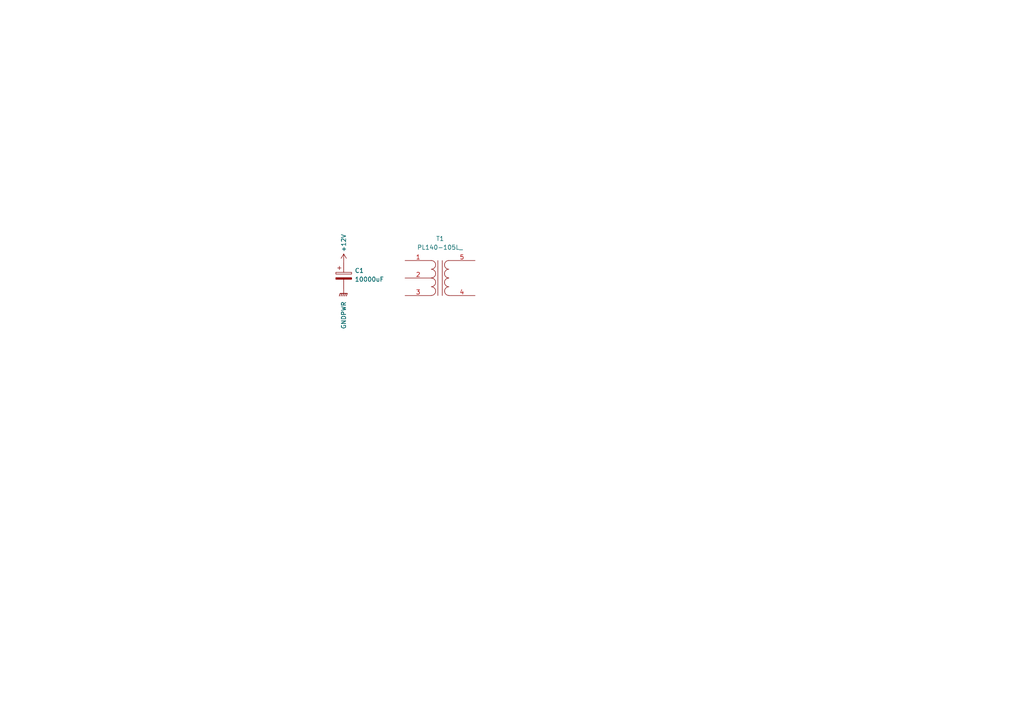
<source format=kicad_sch>
(kicad_sch (version 20230121) (generator eeschema)
  (paper "A4")
  (lib_symbols
    (symbol "Device:C_Polarized" (pin_numbers hide) (pin_names (offset 0.254))
      (property "Reference" "C" (at 0.635 2.54 0))
      (property "Value" "C_Polarized" (at 0.635 -2.54 0))
      (symbol "C_Polarized_0_1"
        (rectangle (start -2.286 0.508) (end 2.286 1.016))
        (polyline (pts (xy -1.778 2.286) (xy -0.762 2.286)))
        (polyline (pts (xy -1.27 2.794) (xy -1.27 1.778)))
        (rectangle (start 2.286 -0.508) (end -2.286 -1.016) (fill (type outline)))
      )
      (symbol "C_Polarized_1_1"
        (pin passive line (at 0 3.81 270) (length 2.794) (name "~") (number "1"))
        (pin passive line (at 0 -3.81 90) (length 2.794) (name "~") (number "2"))
      )
    )
    (symbol "Device:Transformer_SP_1S" (pin_names (offset 1.016) hide)
      (property "Reference" "T" (at 0 6.35 0))
      (property "Value" "Transformer_SP_1S" (at 0 -7.62 0))
      (symbol "Transformer_SP_1S_0_1"
        (arc (start -2.54 -5.0546) (mid -1.6599 -4.6901) (end -1.27 -3.81))
        (arc (start -2.54 -2.5146) (mid -1.6599 -2.1501) (end -1.27 -1.27))
        (arc (start -2.54 0.0254) (mid -1.6599 0.3899) (end -1.27 1.27))
        (arc (start -2.54 2.5654) (mid -1.6599 2.9299) (end -1.27 3.81))
        (arc (start -1.27 -3.81) (mid -1.642 -2.912) (end -2.54 -2.54))
        (arc (start -1.27 -1.27) (mid -1.642 -0.372) (end -2.54 0))
        (arc (start -1.27 1.27) (mid -1.642 2.168) (end -2.54 2.54))
        (arc (start -1.27 3.81) (mid -1.642 4.708) (end -2.54 5.08))
        (polyline (pts (xy -0.635 5.08) (xy -0.635 -5.08)))
        (polyline (pts (xy 0.635 -5.08) (xy 0.635 5.08)))
        (arc (start 1.2954 -1.27) (mid 1.6599 -2.1501) (end 2.54 -2.5146))
        (arc (start 1.2954 1.27) (mid 1.6599 0.3899) (end 2.54 0.0254))
        (arc (start 1.2954 3.81) (mid 1.6599 2.9299) (end 2.54 2.5654))
        (arc (start 1.3208 -3.81) (mid 1.6853 -4.6901) (end 2.5654 -5.0546))
        (arc (start 2.54 0) (mid 1.642 -0.372) (end 1.2954 -1.27))
        (arc (start 2.54 2.54) (mid 1.642 2.168) (end 1.2954 1.27))
        (arc (start 2.54 5.08) (mid 1.642 4.708) (end 1.2954 3.81))
        (arc (start 2.5654 -2.54) (mid 1.6674 -2.912) (end 1.3208 -3.81))
      )
      (symbol "Transformer_SP_1S_1_1"
        (pin passive line (at -10.16 5.08 0) (length 7.62) (name "PR1") (number "1"))
        (pin passive line (at -10.16 0 0) (length 7.62) (name "PM") (number "2"))
        (pin passive line (at -10.16 -5.08 0) (length 7.62) (name "PR2") (number "3"))
        (pin passive line (at 10.16 -5.08 180) (length 7.62) (name "S1") (number "4"))
        (pin passive line (at 10.16 5.08 180) (length 7.62) (name "S2") (number "5"))
      )
    )
    (symbol "power:+12V" (power) (pin_names (offset 0))
      (property "Value" "+12V" (at 0 3.556 0))
      (symbol "+12V_0_1"
        (polyline (pts (xy -0.762 1.27) (xy 0 2.54)))
        (polyline (pts (xy 0 0) (xy 0 2.54)))
        (polyline (pts (xy 0 2.54) (xy 0.762 1.27)))
      )
      (symbol "+12V_1_1"
        (pin power_in line (at 0 0 90) (length 0) hide (name "+12V") (number "1"))
      )
    )
    (symbol "power:GNDPWR" (power) (pin_names (offset 0))
      (property "Value" "GNDPWR" (at 0 -3.302 0))
      (symbol "GNDPWR_0_1"
        (polyline (pts (xy 0 -1.27) (xy 0 0)))
        (polyline (pts (xy -1.016 -1.27) (xy -1.27 -2.032) (xy -1.27 -2.032)) (stroke (width 0.2032)))
        (polyline (pts (xy -0.508 -1.27) (xy -0.762 -2.032) (xy -0.762 -2.032)) (stroke (width 0.2032)))
        (polyline (pts (xy 0 -1.27) (xy -0.254 -2.032) (xy -0.254 -2.032)) (stroke (width 0.2032)))
        (polyline (pts (xy 0.508 -1.27) (xy 0.254 -2.032) (xy 0.254 -2.032)) (stroke (width 0.2032)))
        (polyline (pts (xy 1.016 -1.27) (xy -1.016 -1.27) (xy -1.016 -1.27)) (stroke (width 0.2032)))
        (polyline (pts (xy 1.016 -1.27) (xy 0.762 -2.032) (xy 0.762 -2.032) (xy 0.762 -2.032)) (stroke (width 0.2032)))
      )
      (symbol "GNDPWR_1_1"
        (pin power_in line (at 0 0 270) (length 0) hide (name "GNDPWR") (number "1"))
      )
    )
  )
  (symbol (lib_id "power:+12V") (at 99.695 76.2 0) (unit 1)
    (property "Reference" "#PWR01" (effects hide))
    (property "Value" "+12V" (at 99.695 70.485 90))
  )
  (symbol (lib_id "Device:C_Polarized") (at 99.695 80.01 0) (unit 1)
    (property "Reference" "C1" (at 102.87 78.486 0) (effects (justify left)))
    (property "Value" "10000uF" (at 102.87 81.026 0) (effects (justify left)))
    (property "Footprint" "Capacitor_THT:CP_Radial_D22.0mm_P10.00mm_SnapIn" (effects hide))
  )
  (symbol (lib_id "power:GNDPWR") (at 99.695 83.82 0) (unit 1)
    (property "Reference" "#PWR02" (effects hide))
    (property "Value" "GNDPWR" (at 99.695 91.44 90))
  )
  (symbol (lib_id "Device:Transformer_SP_1S") (at 127.635 80.645 0) (unit 1)
    (property "Reference" "T1" (at 127.635 69.215 0))
    (property "Value" "PL140-105L_" (at 127.635 71.755 0))
  )
)
</source>
